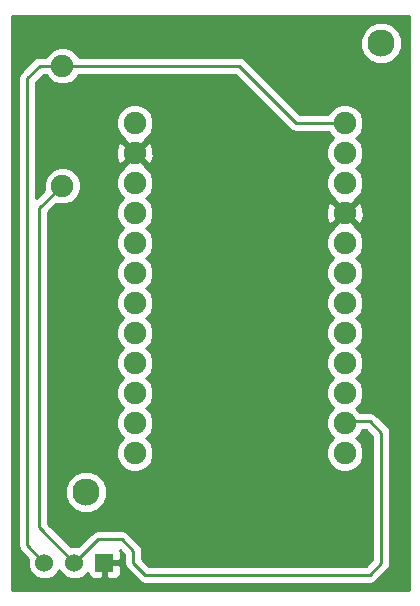
<source format=gtl>
G04 (created by PCBNEW (2013-may-18)-stable) date Fre 02 Okt 2015 16:46:09 CEST*
%MOIN*%
G04 Gerber Fmt 3.4, Leading zero omitted, Abs format*
%FSLAX34Y34*%
G01*
G70*
G90*
G04 APERTURE LIST*
%ADD10C,0.00590551*%
%ADD11R,0.06X0.06*%
%ADD12C,0.06*%
%ADD13C,0.0748031*%
%ADD14C,0.0905512*%
%ADD15C,0.01*%
G04 APERTURE END LIST*
G54D10*
G54D11*
X44700Y-55905D03*
G54D12*
X43700Y-55905D03*
X42700Y-55905D03*
G54D13*
X43307Y-39338D03*
X43307Y-43338D03*
X45712Y-41244D03*
X45712Y-42244D03*
X45712Y-43244D03*
X45712Y-44244D03*
X45712Y-45244D03*
X45712Y-46244D03*
X45712Y-47244D03*
X45712Y-48244D03*
X45712Y-49244D03*
X45712Y-50244D03*
X45712Y-51244D03*
X45712Y-52244D03*
X52712Y-41244D03*
X52712Y-42244D03*
X52712Y-43244D03*
X52712Y-44244D03*
X52712Y-45244D03*
X52712Y-46244D03*
X52712Y-47244D03*
X52712Y-48244D03*
X52712Y-49244D03*
X52712Y-50244D03*
X52712Y-51244D03*
X52712Y-52244D03*
G54D14*
X53937Y-38582D03*
X44094Y-53543D03*
G54D15*
X43307Y-39338D02*
X42551Y-39338D01*
X42125Y-55330D02*
X42700Y-55905D01*
X42125Y-39763D02*
X42125Y-55330D01*
X42551Y-39338D02*
X42125Y-39763D01*
X43307Y-39338D02*
X49181Y-39338D01*
X51086Y-41244D02*
X52712Y-41244D01*
X49181Y-39338D02*
X51086Y-41244D01*
X52775Y-51181D02*
X52712Y-51244D01*
X53543Y-51181D02*
X52775Y-51181D01*
X53937Y-51574D02*
X53543Y-51181D01*
X53937Y-55905D02*
X53937Y-51574D01*
X53543Y-56299D02*
X53937Y-55905D01*
X47637Y-56299D02*
X53543Y-56299D01*
X46062Y-56299D02*
X47637Y-56299D01*
X45669Y-55905D02*
X46062Y-56299D01*
X45669Y-55511D02*
X45669Y-55905D01*
X45275Y-55118D02*
X45669Y-55511D01*
X44488Y-55118D02*
X45275Y-55118D01*
X43700Y-55905D02*
X44488Y-55118D01*
X43307Y-43338D02*
X43275Y-43338D01*
X42519Y-54724D02*
X43700Y-55905D01*
X42519Y-44094D02*
X42519Y-54724D01*
X43275Y-43338D02*
X42519Y-44094D01*
G54D10*
G36*
X54848Y-56816D02*
X54639Y-56816D01*
X54639Y-38443D01*
X54533Y-38185D01*
X54335Y-37987D01*
X54077Y-37880D01*
X53797Y-37879D01*
X53539Y-37986D01*
X53341Y-38184D01*
X53234Y-38442D01*
X53234Y-38721D01*
X53340Y-38980D01*
X53538Y-39178D01*
X53796Y-39285D01*
X54076Y-39285D01*
X54334Y-39178D01*
X54532Y-38981D01*
X54639Y-38723D01*
X54639Y-38443D01*
X54639Y-56816D01*
X54237Y-56816D01*
X54237Y-55905D01*
X54237Y-51574D01*
X54214Y-51459D01*
X54149Y-51362D01*
X54149Y-51362D01*
X53755Y-50968D01*
X53658Y-50903D01*
X53543Y-50881D01*
X53341Y-50881D01*
X53341Y-44343D01*
X53331Y-44095D01*
X53255Y-43911D01*
X53152Y-43875D01*
X52783Y-44244D01*
X53152Y-44612D01*
X53255Y-44576D01*
X53341Y-44343D01*
X53341Y-50881D01*
X53231Y-50881D01*
X53095Y-50743D01*
X53241Y-50598D01*
X53336Y-50368D01*
X53336Y-50120D01*
X53241Y-49891D01*
X53095Y-49743D01*
X53241Y-49598D01*
X53336Y-49368D01*
X53336Y-49120D01*
X53241Y-48891D01*
X53095Y-48743D01*
X53241Y-48598D01*
X53336Y-48368D01*
X53336Y-48120D01*
X53241Y-47891D01*
X53095Y-47743D01*
X53241Y-47598D01*
X53336Y-47368D01*
X53336Y-47120D01*
X53241Y-46891D01*
X53095Y-46743D01*
X53241Y-46598D01*
X53336Y-46368D01*
X53336Y-46120D01*
X53241Y-45891D01*
X53095Y-45743D01*
X53241Y-45598D01*
X53336Y-45368D01*
X53336Y-45120D01*
X53241Y-44891D01*
X53069Y-44718D01*
X53081Y-44683D01*
X52712Y-44314D01*
X52641Y-44385D01*
X52641Y-44244D01*
X52273Y-43875D01*
X52170Y-43911D01*
X52084Y-44144D01*
X52093Y-44392D01*
X52170Y-44576D01*
X52273Y-44612D01*
X52641Y-44244D01*
X52641Y-44385D01*
X52343Y-44683D01*
X52356Y-44718D01*
X52183Y-44890D01*
X52088Y-45119D01*
X52088Y-45367D01*
X52183Y-45597D01*
X52330Y-45744D01*
X52183Y-45890D01*
X52088Y-46119D01*
X52088Y-46367D01*
X52183Y-46597D01*
X52330Y-46744D01*
X52183Y-46890D01*
X52088Y-47119D01*
X52088Y-47367D01*
X52183Y-47597D01*
X52330Y-47744D01*
X52183Y-47890D01*
X52088Y-48119D01*
X52088Y-48367D01*
X52183Y-48597D01*
X52330Y-48744D01*
X52183Y-48890D01*
X52088Y-49119D01*
X52088Y-49367D01*
X52183Y-49597D01*
X52330Y-49744D01*
X52183Y-49890D01*
X52088Y-50119D01*
X52088Y-50367D01*
X52183Y-50597D01*
X52330Y-50744D01*
X52183Y-50890D01*
X52088Y-51119D01*
X52088Y-51367D01*
X52183Y-51597D01*
X52330Y-51744D01*
X52183Y-51890D01*
X52088Y-52119D01*
X52088Y-52367D01*
X52183Y-52597D01*
X52358Y-52772D01*
X52587Y-52868D01*
X52836Y-52868D01*
X53065Y-52773D01*
X53241Y-52598D01*
X53336Y-52368D01*
X53336Y-52120D01*
X53241Y-51891D01*
X53095Y-51743D01*
X53241Y-51598D01*
X53289Y-51481D01*
X53419Y-51481D01*
X53637Y-51699D01*
X53637Y-55781D01*
X53419Y-55999D01*
X47637Y-55999D01*
X46341Y-55999D01*
X46341Y-42343D01*
X46336Y-42234D01*
X46336Y-41120D01*
X46241Y-40891D01*
X46066Y-40715D01*
X45837Y-40620D01*
X45589Y-40619D01*
X45359Y-40714D01*
X45183Y-40890D01*
X45088Y-41119D01*
X45088Y-41367D01*
X45183Y-41597D01*
X45355Y-41770D01*
X45343Y-41804D01*
X45712Y-42173D01*
X46081Y-41804D01*
X46069Y-41769D01*
X46241Y-41598D01*
X46336Y-41368D01*
X46336Y-41120D01*
X46336Y-42234D01*
X46331Y-42095D01*
X46255Y-41911D01*
X46152Y-41875D01*
X45783Y-42244D01*
X46152Y-42612D01*
X46255Y-42576D01*
X46341Y-42343D01*
X46341Y-55999D01*
X46336Y-55999D01*
X46336Y-52120D01*
X46241Y-51891D01*
X46095Y-51743D01*
X46241Y-51598D01*
X46336Y-51368D01*
X46336Y-51120D01*
X46241Y-50891D01*
X46095Y-50743D01*
X46241Y-50598D01*
X46336Y-50368D01*
X46336Y-50120D01*
X46241Y-49891D01*
X46095Y-49743D01*
X46241Y-49598D01*
X46336Y-49368D01*
X46336Y-49120D01*
X46241Y-48891D01*
X46095Y-48743D01*
X46241Y-48598D01*
X46336Y-48368D01*
X46336Y-48120D01*
X46241Y-47891D01*
X46095Y-47743D01*
X46241Y-47598D01*
X46336Y-47368D01*
X46336Y-47120D01*
X46241Y-46891D01*
X46095Y-46743D01*
X46241Y-46598D01*
X46336Y-46368D01*
X46336Y-46120D01*
X46241Y-45891D01*
X46095Y-45743D01*
X46241Y-45598D01*
X46336Y-45368D01*
X46336Y-45120D01*
X46241Y-44891D01*
X46095Y-44743D01*
X46241Y-44598D01*
X46336Y-44368D01*
X46336Y-44120D01*
X46241Y-43891D01*
X46095Y-43743D01*
X46241Y-43598D01*
X46336Y-43368D01*
X46336Y-43120D01*
X46241Y-42891D01*
X46069Y-42718D01*
X46081Y-42683D01*
X45712Y-42314D01*
X45641Y-42385D01*
X45641Y-42244D01*
X45273Y-41875D01*
X45170Y-41911D01*
X45084Y-42144D01*
X45093Y-42392D01*
X45170Y-42576D01*
X45273Y-42612D01*
X45641Y-42244D01*
X45641Y-42385D01*
X45343Y-42683D01*
X45356Y-42718D01*
X45183Y-42890D01*
X45088Y-43119D01*
X45088Y-43367D01*
X45183Y-43597D01*
X45330Y-43744D01*
X45183Y-43890D01*
X45088Y-44119D01*
X45088Y-44367D01*
X45183Y-44597D01*
X45330Y-44744D01*
X45183Y-44890D01*
X45088Y-45119D01*
X45088Y-45367D01*
X45183Y-45597D01*
X45330Y-45744D01*
X45183Y-45890D01*
X45088Y-46119D01*
X45088Y-46367D01*
X45183Y-46597D01*
X45330Y-46744D01*
X45183Y-46890D01*
X45088Y-47119D01*
X45088Y-47367D01*
X45183Y-47597D01*
X45330Y-47744D01*
X45183Y-47890D01*
X45088Y-48119D01*
X45088Y-48367D01*
X45183Y-48597D01*
X45330Y-48744D01*
X45183Y-48890D01*
X45088Y-49119D01*
X45088Y-49367D01*
X45183Y-49597D01*
X45330Y-49744D01*
X45183Y-49890D01*
X45088Y-50119D01*
X45088Y-50367D01*
X45183Y-50597D01*
X45330Y-50744D01*
X45183Y-50890D01*
X45088Y-51119D01*
X45088Y-51367D01*
X45183Y-51597D01*
X45330Y-51744D01*
X45183Y-51890D01*
X45088Y-52119D01*
X45088Y-52367D01*
X45183Y-52597D01*
X45358Y-52772D01*
X45587Y-52868D01*
X45836Y-52868D01*
X46065Y-52773D01*
X46241Y-52598D01*
X46336Y-52368D01*
X46336Y-52120D01*
X46336Y-55999D01*
X46187Y-55999D01*
X45969Y-55781D01*
X45969Y-55511D01*
X45946Y-55397D01*
X45881Y-55299D01*
X45881Y-55299D01*
X45487Y-54905D01*
X45390Y-54840D01*
X45275Y-54818D01*
X44797Y-54818D01*
X44797Y-53404D01*
X44690Y-53145D01*
X44493Y-52947D01*
X44234Y-52840D01*
X43955Y-52840D01*
X43696Y-52947D01*
X43499Y-53144D01*
X43391Y-53402D01*
X43391Y-53682D01*
X43498Y-53940D01*
X43695Y-54138D01*
X43954Y-54245D01*
X44233Y-54246D01*
X44492Y-54139D01*
X44689Y-53941D01*
X44797Y-53683D01*
X44797Y-53404D01*
X44797Y-54818D01*
X44488Y-54818D01*
X44373Y-54840D01*
X44276Y-54905D01*
X43821Y-55360D01*
X43810Y-55355D01*
X43591Y-55355D01*
X43579Y-55360D01*
X42819Y-54600D01*
X42819Y-44218D01*
X43107Y-43931D01*
X43182Y-43962D01*
X43430Y-43962D01*
X43660Y-43867D01*
X43835Y-43692D01*
X43930Y-43463D01*
X43931Y-43215D01*
X43836Y-42985D01*
X43661Y-42809D01*
X43431Y-42714D01*
X43183Y-42714D01*
X42954Y-42809D01*
X42778Y-42984D01*
X42683Y-43213D01*
X42682Y-43462D01*
X42696Y-43493D01*
X42425Y-43763D01*
X42425Y-39888D01*
X42675Y-39638D01*
X42755Y-39638D01*
X42777Y-39691D01*
X42953Y-39867D01*
X43182Y-39962D01*
X43430Y-39962D01*
X43660Y-39867D01*
X43835Y-39692D01*
X43858Y-39638D01*
X49056Y-39638D01*
X50874Y-41456D01*
X50874Y-41456D01*
X50971Y-41521D01*
X51086Y-41544D01*
X52161Y-41544D01*
X52183Y-41597D01*
X52330Y-41744D01*
X52183Y-41890D01*
X52088Y-42119D01*
X52088Y-42367D01*
X52183Y-42597D01*
X52330Y-42744D01*
X52183Y-42890D01*
X52088Y-43119D01*
X52088Y-43367D01*
X52183Y-43597D01*
X52355Y-43770D01*
X52343Y-43804D01*
X52712Y-44173D01*
X53081Y-43804D01*
X53069Y-43769D01*
X53241Y-43598D01*
X53336Y-43368D01*
X53336Y-43120D01*
X53241Y-42891D01*
X53095Y-42743D01*
X53241Y-42598D01*
X53336Y-42368D01*
X53336Y-42120D01*
X53241Y-41891D01*
X53095Y-41743D01*
X53241Y-41598D01*
X53336Y-41368D01*
X53336Y-41120D01*
X53241Y-40891D01*
X53066Y-40715D01*
X52837Y-40620D01*
X52589Y-40619D01*
X52359Y-40714D01*
X52183Y-40890D01*
X52161Y-40944D01*
X51210Y-40944D01*
X49393Y-39126D01*
X49295Y-39061D01*
X49181Y-39038D01*
X43858Y-39038D01*
X43836Y-38985D01*
X43661Y-38809D01*
X43431Y-38714D01*
X43183Y-38714D01*
X42954Y-38809D01*
X42778Y-38984D01*
X42755Y-39038D01*
X42551Y-39038D01*
X42436Y-39061D01*
X42339Y-39126D01*
X41913Y-39551D01*
X41848Y-39648D01*
X41825Y-39763D01*
X41825Y-55330D01*
X41848Y-55445D01*
X41913Y-55542D01*
X42155Y-55784D01*
X42150Y-55795D01*
X42150Y-56014D01*
X42234Y-56216D01*
X42388Y-56371D01*
X42590Y-56455D01*
X42809Y-56455D01*
X43011Y-56372D01*
X43166Y-56217D01*
X43200Y-56135D01*
X43234Y-56216D01*
X43388Y-56371D01*
X43590Y-56455D01*
X43809Y-56455D01*
X44011Y-56372D01*
X44150Y-56233D01*
X44150Y-56255D01*
X44188Y-56347D01*
X44259Y-56417D01*
X44351Y-56455D01*
X44588Y-56455D01*
X44650Y-56393D01*
X44650Y-55955D01*
X44642Y-55955D01*
X44642Y-55855D01*
X44650Y-55855D01*
X44650Y-55847D01*
X44750Y-55847D01*
X44750Y-55855D01*
X45188Y-55855D01*
X45250Y-55793D01*
X45250Y-55655D01*
X45250Y-55555D01*
X45223Y-55490D01*
X45369Y-55636D01*
X45369Y-55905D01*
X45392Y-56020D01*
X45457Y-56117D01*
X45850Y-56511D01*
X45850Y-56511D01*
X45948Y-56576D01*
X46062Y-56599D01*
X47637Y-56599D01*
X53543Y-56599D01*
X53543Y-56599D01*
X53658Y-56576D01*
X53658Y-56576D01*
X53755Y-56511D01*
X54149Y-56117D01*
X54149Y-56117D01*
X54214Y-56020D01*
X54237Y-55905D01*
X54237Y-55905D01*
X54237Y-56816D01*
X45250Y-56816D01*
X45250Y-56156D01*
X45250Y-56018D01*
X45188Y-55955D01*
X44750Y-55955D01*
X44750Y-56393D01*
X44813Y-56455D01*
X45050Y-56455D01*
X45142Y-56417D01*
X45212Y-56347D01*
X45250Y-56255D01*
X45250Y-56156D01*
X45250Y-56816D01*
X41608Y-56816D01*
X41608Y-37671D01*
X54848Y-37671D01*
X54848Y-56816D01*
X54848Y-56816D01*
G37*
G54D15*
X54848Y-56816D02*
X54639Y-56816D01*
X54639Y-38443D01*
X54533Y-38185D01*
X54335Y-37987D01*
X54077Y-37880D01*
X53797Y-37879D01*
X53539Y-37986D01*
X53341Y-38184D01*
X53234Y-38442D01*
X53234Y-38721D01*
X53340Y-38980D01*
X53538Y-39178D01*
X53796Y-39285D01*
X54076Y-39285D01*
X54334Y-39178D01*
X54532Y-38981D01*
X54639Y-38723D01*
X54639Y-38443D01*
X54639Y-56816D01*
X54237Y-56816D01*
X54237Y-55905D01*
X54237Y-51574D01*
X54214Y-51459D01*
X54149Y-51362D01*
X54149Y-51362D01*
X53755Y-50968D01*
X53658Y-50903D01*
X53543Y-50881D01*
X53341Y-50881D01*
X53341Y-44343D01*
X53331Y-44095D01*
X53255Y-43911D01*
X53152Y-43875D01*
X52783Y-44244D01*
X53152Y-44612D01*
X53255Y-44576D01*
X53341Y-44343D01*
X53341Y-50881D01*
X53231Y-50881D01*
X53095Y-50743D01*
X53241Y-50598D01*
X53336Y-50368D01*
X53336Y-50120D01*
X53241Y-49891D01*
X53095Y-49743D01*
X53241Y-49598D01*
X53336Y-49368D01*
X53336Y-49120D01*
X53241Y-48891D01*
X53095Y-48743D01*
X53241Y-48598D01*
X53336Y-48368D01*
X53336Y-48120D01*
X53241Y-47891D01*
X53095Y-47743D01*
X53241Y-47598D01*
X53336Y-47368D01*
X53336Y-47120D01*
X53241Y-46891D01*
X53095Y-46743D01*
X53241Y-46598D01*
X53336Y-46368D01*
X53336Y-46120D01*
X53241Y-45891D01*
X53095Y-45743D01*
X53241Y-45598D01*
X53336Y-45368D01*
X53336Y-45120D01*
X53241Y-44891D01*
X53069Y-44718D01*
X53081Y-44683D01*
X52712Y-44314D01*
X52641Y-44385D01*
X52641Y-44244D01*
X52273Y-43875D01*
X52170Y-43911D01*
X52084Y-44144D01*
X52093Y-44392D01*
X52170Y-44576D01*
X52273Y-44612D01*
X52641Y-44244D01*
X52641Y-44385D01*
X52343Y-44683D01*
X52356Y-44718D01*
X52183Y-44890D01*
X52088Y-45119D01*
X52088Y-45367D01*
X52183Y-45597D01*
X52330Y-45744D01*
X52183Y-45890D01*
X52088Y-46119D01*
X52088Y-46367D01*
X52183Y-46597D01*
X52330Y-46744D01*
X52183Y-46890D01*
X52088Y-47119D01*
X52088Y-47367D01*
X52183Y-47597D01*
X52330Y-47744D01*
X52183Y-47890D01*
X52088Y-48119D01*
X52088Y-48367D01*
X52183Y-48597D01*
X52330Y-48744D01*
X52183Y-48890D01*
X52088Y-49119D01*
X52088Y-49367D01*
X52183Y-49597D01*
X52330Y-49744D01*
X52183Y-49890D01*
X52088Y-50119D01*
X52088Y-50367D01*
X52183Y-50597D01*
X52330Y-50744D01*
X52183Y-50890D01*
X52088Y-51119D01*
X52088Y-51367D01*
X52183Y-51597D01*
X52330Y-51744D01*
X52183Y-51890D01*
X52088Y-52119D01*
X52088Y-52367D01*
X52183Y-52597D01*
X52358Y-52772D01*
X52587Y-52868D01*
X52836Y-52868D01*
X53065Y-52773D01*
X53241Y-52598D01*
X53336Y-52368D01*
X53336Y-52120D01*
X53241Y-51891D01*
X53095Y-51743D01*
X53241Y-51598D01*
X53289Y-51481D01*
X53419Y-51481D01*
X53637Y-51699D01*
X53637Y-55781D01*
X53419Y-55999D01*
X47637Y-55999D01*
X46341Y-55999D01*
X46341Y-42343D01*
X46336Y-42234D01*
X46336Y-41120D01*
X46241Y-40891D01*
X46066Y-40715D01*
X45837Y-40620D01*
X45589Y-40619D01*
X45359Y-40714D01*
X45183Y-40890D01*
X45088Y-41119D01*
X45088Y-41367D01*
X45183Y-41597D01*
X45355Y-41770D01*
X45343Y-41804D01*
X45712Y-42173D01*
X46081Y-41804D01*
X46069Y-41769D01*
X46241Y-41598D01*
X46336Y-41368D01*
X46336Y-41120D01*
X46336Y-42234D01*
X46331Y-42095D01*
X46255Y-41911D01*
X46152Y-41875D01*
X45783Y-42244D01*
X46152Y-42612D01*
X46255Y-42576D01*
X46341Y-42343D01*
X46341Y-55999D01*
X46336Y-55999D01*
X46336Y-52120D01*
X46241Y-51891D01*
X46095Y-51743D01*
X46241Y-51598D01*
X46336Y-51368D01*
X46336Y-51120D01*
X46241Y-50891D01*
X46095Y-50743D01*
X46241Y-50598D01*
X46336Y-50368D01*
X46336Y-50120D01*
X46241Y-49891D01*
X46095Y-49743D01*
X46241Y-49598D01*
X46336Y-49368D01*
X46336Y-49120D01*
X46241Y-48891D01*
X46095Y-48743D01*
X46241Y-48598D01*
X46336Y-48368D01*
X46336Y-48120D01*
X46241Y-47891D01*
X46095Y-47743D01*
X46241Y-47598D01*
X46336Y-47368D01*
X46336Y-47120D01*
X46241Y-46891D01*
X46095Y-46743D01*
X46241Y-46598D01*
X46336Y-46368D01*
X46336Y-46120D01*
X46241Y-45891D01*
X46095Y-45743D01*
X46241Y-45598D01*
X46336Y-45368D01*
X46336Y-45120D01*
X46241Y-44891D01*
X46095Y-44743D01*
X46241Y-44598D01*
X46336Y-44368D01*
X46336Y-44120D01*
X46241Y-43891D01*
X46095Y-43743D01*
X46241Y-43598D01*
X46336Y-43368D01*
X46336Y-43120D01*
X46241Y-42891D01*
X46069Y-42718D01*
X46081Y-42683D01*
X45712Y-42314D01*
X45641Y-42385D01*
X45641Y-42244D01*
X45273Y-41875D01*
X45170Y-41911D01*
X45084Y-42144D01*
X45093Y-42392D01*
X45170Y-42576D01*
X45273Y-42612D01*
X45641Y-42244D01*
X45641Y-42385D01*
X45343Y-42683D01*
X45356Y-42718D01*
X45183Y-42890D01*
X45088Y-43119D01*
X45088Y-43367D01*
X45183Y-43597D01*
X45330Y-43744D01*
X45183Y-43890D01*
X45088Y-44119D01*
X45088Y-44367D01*
X45183Y-44597D01*
X45330Y-44744D01*
X45183Y-44890D01*
X45088Y-45119D01*
X45088Y-45367D01*
X45183Y-45597D01*
X45330Y-45744D01*
X45183Y-45890D01*
X45088Y-46119D01*
X45088Y-46367D01*
X45183Y-46597D01*
X45330Y-46744D01*
X45183Y-46890D01*
X45088Y-47119D01*
X45088Y-47367D01*
X45183Y-47597D01*
X45330Y-47744D01*
X45183Y-47890D01*
X45088Y-48119D01*
X45088Y-48367D01*
X45183Y-48597D01*
X45330Y-48744D01*
X45183Y-48890D01*
X45088Y-49119D01*
X45088Y-49367D01*
X45183Y-49597D01*
X45330Y-49744D01*
X45183Y-49890D01*
X45088Y-50119D01*
X45088Y-50367D01*
X45183Y-50597D01*
X45330Y-50744D01*
X45183Y-50890D01*
X45088Y-51119D01*
X45088Y-51367D01*
X45183Y-51597D01*
X45330Y-51744D01*
X45183Y-51890D01*
X45088Y-52119D01*
X45088Y-52367D01*
X45183Y-52597D01*
X45358Y-52772D01*
X45587Y-52868D01*
X45836Y-52868D01*
X46065Y-52773D01*
X46241Y-52598D01*
X46336Y-52368D01*
X46336Y-52120D01*
X46336Y-55999D01*
X46187Y-55999D01*
X45969Y-55781D01*
X45969Y-55511D01*
X45946Y-55397D01*
X45881Y-55299D01*
X45881Y-55299D01*
X45487Y-54905D01*
X45390Y-54840D01*
X45275Y-54818D01*
X44797Y-54818D01*
X44797Y-53404D01*
X44690Y-53145D01*
X44493Y-52947D01*
X44234Y-52840D01*
X43955Y-52840D01*
X43696Y-52947D01*
X43499Y-53144D01*
X43391Y-53402D01*
X43391Y-53682D01*
X43498Y-53940D01*
X43695Y-54138D01*
X43954Y-54245D01*
X44233Y-54246D01*
X44492Y-54139D01*
X44689Y-53941D01*
X44797Y-53683D01*
X44797Y-53404D01*
X44797Y-54818D01*
X44488Y-54818D01*
X44373Y-54840D01*
X44276Y-54905D01*
X43821Y-55360D01*
X43810Y-55355D01*
X43591Y-55355D01*
X43579Y-55360D01*
X42819Y-54600D01*
X42819Y-44218D01*
X43107Y-43931D01*
X43182Y-43962D01*
X43430Y-43962D01*
X43660Y-43867D01*
X43835Y-43692D01*
X43930Y-43463D01*
X43931Y-43215D01*
X43836Y-42985D01*
X43661Y-42809D01*
X43431Y-42714D01*
X43183Y-42714D01*
X42954Y-42809D01*
X42778Y-42984D01*
X42683Y-43213D01*
X42682Y-43462D01*
X42696Y-43493D01*
X42425Y-43763D01*
X42425Y-39888D01*
X42675Y-39638D01*
X42755Y-39638D01*
X42777Y-39691D01*
X42953Y-39867D01*
X43182Y-39962D01*
X43430Y-39962D01*
X43660Y-39867D01*
X43835Y-39692D01*
X43858Y-39638D01*
X49056Y-39638D01*
X50874Y-41456D01*
X50874Y-41456D01*
X50971Y-41521D01*
X51086Y-41544D01*
X52161Y-41544D01*
X52183Y-41597D01*
X52330Y-41744D01*
X52183Y-41890D01*
X52088Y-42119D01*
X52088Y-42367D01*
X52183Y-42597D01*
X52330Y-42744D01*
X52183Y-42890D01*
X52088Y-43119D01*
X52088Y-43367D01*
X52183Y-43597D01*
X52355Y-43770D01*
X52343Y-43804D01*
X52712Y-44173D01*
X53081Y-43804D01*
X53069Y-43769D01*
X53241Y-43598D01*
X53336Y-43368D01*
X53336Y-43120D01*
X53241Y-42891D01*
X53095Y-42743D01*
X53241Y-42598D01*
X53336Y-42368D01*
X53336Y-42120D01*
X53241Y-41891D01*
X53095Y-41743D01*
X53241Y-41598D01*
X53336Y-41368D01*
X53336Y-41120D01*
X53241Y-40891D01*
X53066Y-40715D01*
X52837Y-40620D01*
X52589Y-40619D01*
X52359Y-40714D01*
X52183Y-40890D01*
X52161Y-40944D01*
X51210Y-40944D01*
X49393Y-39126D01*
X49295Y-39061D01*
X49181Y-39038D01*
X43858Y-39038D01*
X43836Y-38985D01*
X43661Y-38809D01*
X43431Y-38714D01*
X43183Y-38714D01*
X42954Y-38809D01*
X42778Y-38984D01*
X42755Y-39038D01*
X42551Y-39038D01*
X42436Y-39061D01*
X42339Y-39126D01*
X41913Y-39551D01*
X41848Y-39648D01*
X41825Y-39763D01*
X41825Y-55330D01*
X41848Y-55445D01*
X41913Y-55542D01*
X42155Y-55784D01*
X42150Y-55795D01*
X42150Y-56014D01*
X42234Y-56216D01*
X42388Y-56371D01*
X42590Y-56455D01*
X42809Y-56455D01*
X43011Y-56372D01*
X43166Y-56217D01*
X43200Y-56135D01*
X43234Y-56216D01*
X43388Y-56371D01*
X43590Y-56455D01*
X43809Y-56455D01*
X44011Y-56372D01*
X44150Y-56233D01*
X44150Y-56255D01*
X44188Y-56347D01*
X44259Y-56417D01*
X44351Y-56455D01*
X44588Y-56455D01*
X44650Y-56393D01*
X44650Y-55955D01*
X44642Y-55955D01*
X44642Y-55855D01*
X44650Y-55855D01*
X44650Y-55847D01*
X44750Y-55847D01*
X44750Y-55855D01*
X45188Y-55855D01*
X45250Y-55793D01*
X45250Y-55655D01*
X45250Y-55555D01*
X45223Y-55490D01*
X45369Y-55636D01*
X45369Y-55905D01*
X45392Y-56020D01*
X45457Y-56117D01*
X45850Y-56511D01*
X45850Y-56511D01*
X45948Y-56576D01*
X46062Y-56599D01*
X47637Y-56599D01*
X53543Y-56599D01*
X53543Y-56599D01*
X53658Y-56576D01*
X53658Y-56576D01*
X53755Y-56511D01*
X54149Y-56117D01*
X54149Y-56117D01*
X54214Y-56020D01*
X54237Y-55905D01*
X54237Y-55905D01*
X54237Y-56816D01*
X45250Y-56816D01*
X45250Y-56156D01*
X45250Y-56018D01*
X45188Y-55955D01*
X44750Y-55955D01*
X44750Y-56393D01*
X44813Y-56455D01*
X45050Y-56455D01*
X45142Y-56417D01*
X45212Y-56347D01*
X45250Y-56255D01*
X45250Y-56156D01*
X45250Y-56816D01*
X41608Y-56816D01*
X41608Y-37671D01*
X54848Y-37671D01*
X54848Y-56816D01*
M02*

</source>
